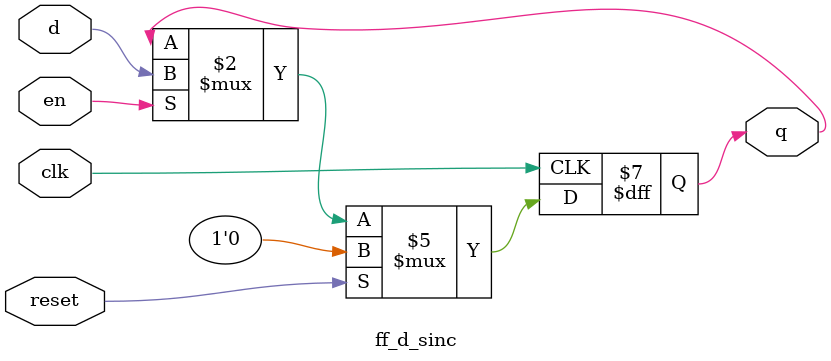
<source format=v>
/*
* Filename: flipflop_d_sinc.v
* Created on: July  5, 2023
* Author: Lucas Araújo <araujolucas@dcc.ufmg.br>
*/

/**
 * @brief flip-flop D síncrono
 * @param clk Clock do dispositivo
 * @param en Habilita ou desabilita o flip-flop
 * @param d Entrada de dados
 * @return q Saída de dados
*/
module ff_d_sinc(input wire clk,
                 input wire en,
                 input wire reset,
                 input wire d,
                 output reg q);

   always @(posedge clk)
     begin
        if (reset)
          q <= 1'b0;

        else if (en)
          q <= d;
     end

endmodule // ff_d_sinc

</source>
